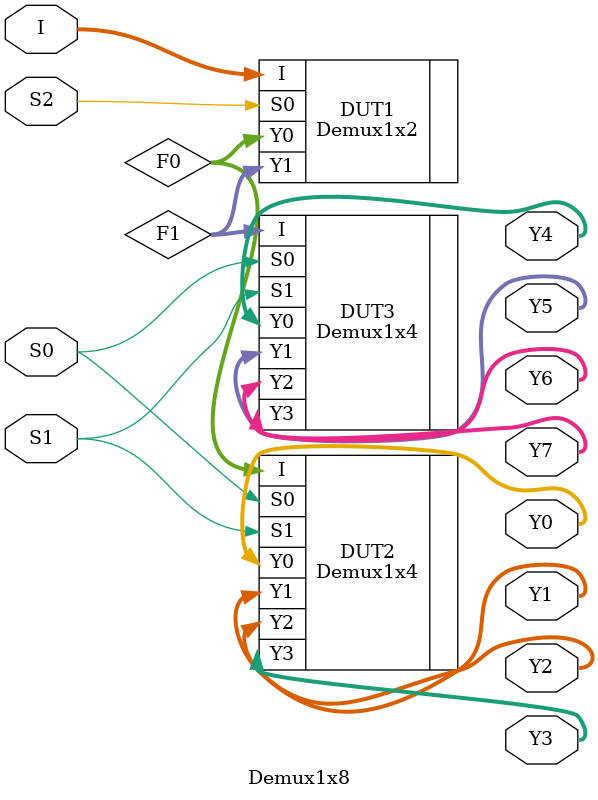
<source format=v>
module Demux1x8 #(parameter N=32)(S0,S1,S2,I,Y0,Y1,Y2,Y3,Y4,Y5,Y6,Y7);
input [N-1:0]I;
input S0,S1,S2;
output [N-1:0]Y0,Y1,Y2,Y3,Y4,Y5,Y6,Y7;
wire [N-1:0]F0,F1;
Demux1x2 #(.N(N)) DUT1(.I(I),.S0(S2),.Y0(F0),.Y1(F1));
Demux1x4 #(.N(N)) DUT2(.I(F0),.S1(S1),.S0(S0),.Y0(Y0),.Y1(Y1),.Y2(Y2),.Y3(Y3));
Demux1x4 #(.N(N)) DUT3(.I(F1),.S1(S1),.S0(S0),.Y0(Y4),.Y1(Y5),.Y2(Y6),.Y3(Y7));

endmodule
</source>
